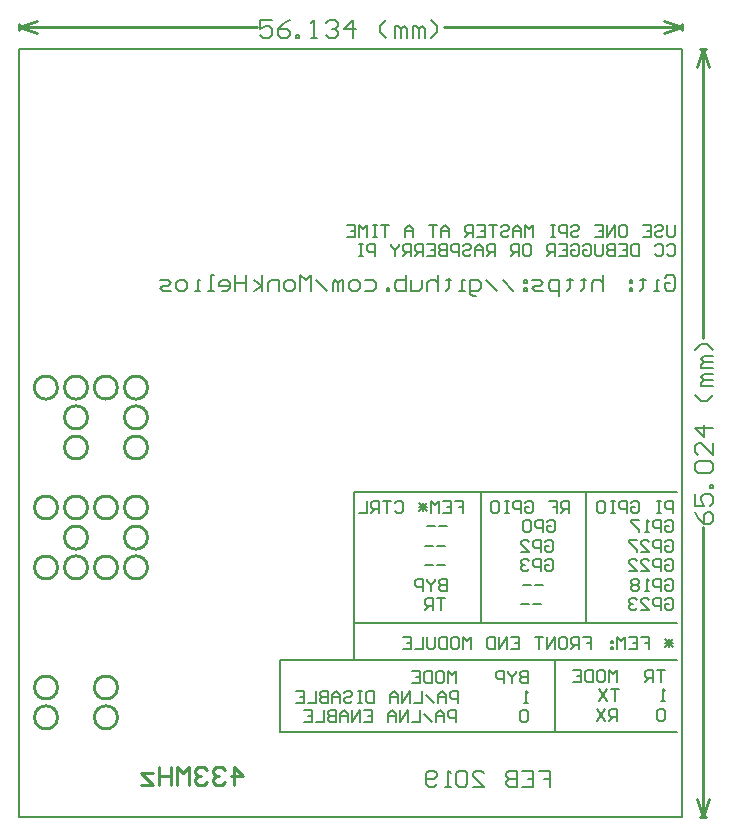
<source format=gbo>
G04 Layer_Color=32896*
%FSLAX44Y44*%
%MOMM*%
G71*
G01*
G75*
%ADD42C,0.2540*%
%ADD45C,0.1778*%
%ADD53C,0.1524*%
%ADD82C,0.2032*%
D42*
X395850Y581700D02*
G03*
X395850Y581700I-9750J0D01*
G01*
X345050D02*
G03*
X345050Y581700I-9750J0D01*
G01*
X395850D02*
G03*
X395850Y581700I-9750J0D01*
G01*
Y632500D02*
G03*
X395850Y632500I-9750J0D01*
G01*
X345050D02*
G03*
X345050Y632500I-9750J0D01*
G01*
X345080Y454810D02*
G03*
X345080Y454810I-9750J0D01*
G01*
Y480060D02*
G03*
X345080Y480060I-9750J0D01*
G01*
X395830D02*
G03*
X395830Y480060I-9750J0D01*
G01*
Y454810D02*
G03*
X395830Y454810I-9750J0D01*
G01*
X421250Y581750D02*
G03*
X421250Y581750I-9750J0D01*
G01*
Y607000D02*
G03*
X421250Y607000I-9750J0D01*
G01*
Y632500D02*
G03*
X421250Y632500I-9750J0D01*
G01*
Y683250D02*
G03*
X421250Y683250I-9750J0D01*
G01*
Y708750D02*
G03*
X421250Y708750I-9750J0D01*
G01*
Y734000D02*
G03*
X421250Y734000I-9750J0D01*
G01*
X395750D02*
G03*
X395750Y734000I-9750J0D01*
G01*
X345000D02*
G03*
X345000Y734000I-9750J0D01*
G01*
X370500D02*
G03*
X370500Y734000I-9750J0D01*
G01*
Y708750D02*
G03*
X370500Y708750I-9750J0D01*
G01*
Y683250D02*
G03*
X370500Y683250I-9750J0D01*
G01*
Y632500D02*
G03*
X370500Y632500I-9750J0D01*
G01*
Y607000D02*
G03*
X370500Y607000I-9750J0D01*
G01*
Y581750D02*
G03*
X370500Y581750I-9750J0D01*
G01*
X494132Y397500D02*
Y412735D01*
X501750Y405117D01*
X491593D01*
X486515Y410196D02*
X483976Y412735D01*
X478897D01*
X476358Y410196D01*
Y407657D01*
X478897Y405117D01*
X481437D01*
X478897D01*
X476358Y402578D01*
Y400039D01*
X478897Y397500D01*
X483976D01*
X486515Y400039D01*
X471280Y410196D02*
X468741Y412735D01*
X463662D01*
X461123Y410196D01*
Y407657D01*
X463662Y405117D01*
X466202D01*
X463662D01*
X461123Y402578D01*
Y400039D01*
X463662Y397500D01*
X468741D01*
X471280Y400039D01*
X456045Y397500D02*
Y412735D01*
X450966Y407657D01*
X445888Y412735D01*
Y397500D01*
X440810Y412735D02*
Y397500D01*
Y405117D01*
X430653D01*
Y412735D01*
Y397500D01*
X425575Y407657D02*
X415418D01*
X425575Y397500D01*
X415418D01*
X312420Y1038987D02*
X514120D01*
X672060D02*
X873760D01*
X312420D02*
X327660Y1044067D01*
X312420Y1038987D02*
X327660Y1033907D01*
X858520Y1044067D02*
X873760Y1038987D01*
X858520Y1033907D02*
X873760Y1038987D01*
X312420Y1036447D02*
Y1041527D01*
X873760Y1036447D02*
Y1041527D01*
X891286Y370840D02*
Y615721D01*
Y776199D02*
Y1021080D01*
X886206Y386080D02*
X891286Y370840D01*
X896366Y386080D01*
X886206Y1005840D02*
X891286Y1021080D01*
X896366Y1005840D01*
X888746Y370840D02*
X893826D01*
X888746Y1021080D02*
X893826D01*
D45*
X595750Y646000D02*
X869875D01*
X595750Y534500D02*
Y646000D01*
X792750Y534500D02*
Y646000D01*
X703250Y534500D02*
Y646000D01*
X595750Y534500D02*
X869750D01*
X533750Y503750D02*
X869750D01*
X533750Y442000D02*
X869500D01*
X766000D02*
Y503750D01*
X533750Y442000D02*
Y503750D01*
X595750D02*
Y534500D01*
X866222Y627965D02*
Y638122D01*
X861144D01*
X859451Y636429D01*
Y633043D01*
X861144Y631350D01*
X866222D01*
X856065Y638122D02*
X852680D01*
X854372D01*
Y627965D01*
X856065D01*
X852680D01*
X830674Y636429D02*
X832366Y638122D01*
X835752D01*
X837445Y636429D01*
Y629658D01*
X835752Y627965D01*
X832366D01*
X830674Y629658D01*
Y633043D01*
X834059D01*
X827288Y627965D02*
Y638122D01*
X822209D01*
X820517Y636429D01*
Y633043D01*
X822209Y631350D01*
X827288D01*
X817131Y638122D02*
X813746D01*
X815438D01*
Y627965D01*
X817131D01*
X813746D01*
X803589Y638122D02*
X806974D01*
X808667Y636429D01*
Y629658D01*
X806974Y627965D01*
X803589D01*
X801896Y629658D01*
Y636429D01*
X803589Y638122D01*
X778197Y627965D02*
Y638122D01*
X773119D01*
X771426Y636429D01*
Y633043D01*
X773119Y631350D01*
X778197D01*
X774811D02*
X771426Y627965D01*
X761269Y638122D02*
X768040D01*
Y633043D01*
X764655D01*
X768040D01*
Y627965D01*
X740956Y636429D02*
X742648Y638122D01*
X746034D01*
X747727Y636429D01*
Y629658D01*
X746034Y627965D01*
X742648D01*
X740956Y629658D01*
Y633043D01*
X744341D01*
X737570Y627965D02*
Y638122D01*
X732492D01*
X730799Y636429D01*
Y633043D01*
X732492Y631350D01*
X737570D01*
X727413Y638122D02*
X724028D01*
X725721D01*
Y627965D01*
X727413D01*
X724028D01*
X713871Y638122D02*
X717257D01*
X718950Y636429D01*
Y629658D01*
X717257Y627965D01*
X713871D01*
X712178Y629658D01*
Y636429D01*
X713871Y638122D01*
X681708D02*
X688479D01*
Y633043D01*
X685094D01*
X688479D01*
Y627965D01*
X671552Y638122D02*
X678323D01*
Y627965D01*
X671552D01*
X678323Y633043D02*
X674937D01*
X668166Y627965D02*
Y638122D01*
X664780Y634736D01*
X661395Y638122D01*
Y627965D01*
X658009Y636429D02*
X651238Y629658D01*
X658009D02*
X651238Y636429D01*
X658009Y633043D02*
X651238D01*
X654624Y629658D02*
Y636429D01*
X630925D02*
X632617Y638122D01*
X636003D01*
X637696Y636429D01*
Y629658D01*
X636003Y627965D01*
X632617D01*
X630925Y629658D01*
X627539Y638122D02*
X620768D01*
X624153D01*
Y627965D01*
X617382D02*
Y638122D01*
X612304D01*
X610611Y636429D01*
Y633043D01*
X612304Y631350D01*
X617382D01*
X613997D02*
X610611Y627965D01*
X607225Y638122D02*
Y627965D01*
X600454D01*
X859451Y619973D02*
X861144Y621666D01*
X864529D01*
X866222Y619973D01*
Y613202D01*
X864529Y611510D01*
X861144D01*
X859451Y613202D01*
Y616588D01*
X862836D01*
X856065Y611510D02*
Y621666D01*
X850987D01*
X849294Y619973D01*
Y616588D01*
X850987Y614895D01*
X856065D01*
X845909Y611510D02*
X842523D01*
X844216D01*
Y621666D01*
X845909Y619973D01*
X837445Y621666D02*
X830674D01*
Y619973D01*
X837445Y613202D01*
Y611510D01*
X759576Y619973D02*
X761269Y621666D01*
X764655D01*
X766348Y619973D01*
Y613202D01*
X764655Y611510D01*
X761269D01*
X759576Y613202D01*
Y616588D01*
X762962D01*
X756191Y611510D02*
Y621666D01*
X751113D01*
X749420Y619973D01*
Y616588D01*
X751113Y614895D01*
X756191D01*
X746034Y619973D02*
X744341Y621666D01*
X740956D01*
X739263Y619973D01*
Y613202D01*
X740956Y611510D01*
X744341D01*
X746034Y613202D01*
Y619973D01*
X674937Y616588D02*
X668166D01*
X664780D02*
X658009D01*
X859451Y603518D02*
X861144Y605211D01*
X864529D01*
X866222Y603518D01*
Y596747D01*
X864529Y595054D01*
X861144D01*
X859451Y596747D01*
Y600133D01*
X862836D01*
X856065Y595054D02*
Y605211D01*
X850987D01*
X849294Y603518D01*
Y600133D01*
X850987Y598440D01*
X856065D01*
X839137Y595054D02*
X845909D01*
X839137Y601825D01*
Y603518D01*
X840830Y605211D01*
X844216D01*
X845909Y603518D01*
X835752Y605211D02*
X828981D01*
Y603518D01*
X835752Y596747D01*
Y595054D01*
X757884Y603518D02*
X759576Y605211D01*
X762962D01*
X764655Y603518D01*
Y596747D01*
X762962Y595054D01*
X759576D01*
X757884Y596747D01*
Y600133D01*
X761269D01*
X754498Y595054D02*
Y605211D01*
X749420D01*
X747727Y603518D01*
Y600133D01*
X749420Y598440D01*
X754498D01*
X737570Y595054D02*
X744341D01*
X737570Y601825D01*
Y603518D01*
X739263Y605211D01*
X742648D01*
X744341Y603518D01*
X673244Y600133D02*
X666473D01*
X663087D02*
X656316D01*
X859451Y587063D02*
X861144Y588756D01*
X864529D01*
X866222Y587063D01*
Y580292D01*
X864529Y578599D01*
X861144D01*
X859451Y580292D01*
Y583677D01*
X862836D01*
X856065Y578599D02*
Y588756D01*
X850987D01*
X849294Y587063D01*
Y583677D01*
X850987Y581985D01*
X856065D01*
X839137Y578599D02*
X845909D01*
X839137Y585370D01*
Y587063D01*
X840830Y588756D01*
X844216D01*
X845909Y587063D01*
X828981Y578599D02*
X835752D01*
X828981Y585370D01*
Y587063D01*
X830674Y588756D01*
X834059D01*
X835752Y587063D01*
X757884D02*
X759576Y588756D01*
X762962D01*
X764655Y587063D01*
Y580292D01*
X762962Y578599D01*
X759576D01*
X757884Y580292D01*
Y583677D01*
X761269D01*
X754498Y578599D02*
Y588756D01*
X749420D01*
X747727Y587063D01*
Y583677D01*
X749420Y581985D01*
X754498D01*
X744341Y587063D02*
X742648Y588756D01*
X739263D01*
X737570Y587063D01*
Y585370D01*
X739263Y583677D01*
X740956D01*
X739263D01*
X737570Y581985D01*
Y580292D01*
X739263Y578599D01*
X742648D01*
X744341Y580292D01*
X673244Y583677D02*
X666473D01*
X663087D02*
X656316D01*
X859451Y570608D02*
X861144Y572300D01*
X864529D01*
X866222Y570608D01*
Y563837D01*
X864529Y562144D01*
X861144D01*
X859451Y563837D01*
Y567222D01*
X862836D01*
X856065Y562144D02*
Y572300D01*
X850987D01*
X849294Y570608D01*
Y567222D01*
X850987Y565529D01*
X856065D01*
X845909Y562144D02*
X842523D01*
X844216D01*
Y572300D01*
X845909Y570608D01*
X837445D02*
X835752Y572300D01*
X832366D01*
X830674Y570608D01*
Y568915D01*
X832366Y567222D01*
X830674Y565529D01*
Y563837D01*
X832366Y562144D01*
X835752D01*
X837445Y563837D01*
Y565529D01*
X835752Y567222D01*
X837445Y568915D01*
Y570608D01*
X835752Y567222D02*
X832366D01*
X756191D02*
X749420D01*
X746034D02*
X739263D01*
X674937Y572300D02*
Y562144D01*
X669859D01*
X668166Y563837D01*
Y565529D01*
X669859Y567222D01*
X674937D01*
X669859D01*
X668166Y568915D01*
Y570608D01*
X669859Y572300D01*
X674937D01*
X664780D02*
Y570608D01*
X661395Y567222D01*
X658009Y570608D01*
Y572300D01*
X661395Y567222D02*
Y562144D01*
X654624D02*
Y572300D01*
X649545D01*
X647852Y570608D01*
Y567222D01*
X649545Y565529D01*
X654624D01*
X859451Y554152D02*
X861144Y555845D01*
X864529D01*
X866222Y554152D01*
Y547381D01*
X864529Y545689D01*
X861144D01*
X859451Y547381D01*
Y550767D01*
X862836D01*
X856065Y545689D02*
Y555845D01*
X850987D01*
X849294Y554152D01*
Y550767D01*
X850987Y549074D01*
X856065D01*
X839137Y545689D02*
X845909D01*
X839137Y552460D01*
Y554152D01*
X840830Y555845D01*
X844216D01*
X845909Y554152D01*
X835752D02*
X834059Y555845D01*
X830674D01*
X828981Y554152D01*
Y552460D01*
X830674Y550767D01*
X832366D01*
X830674D01*
X828981Y549074D01*
Y547381D01*
X830674Y545689D01*
X834059D01*
X835752Y547381D01*
X754498Y550767D02*
X747727D01*
X744341D02*
X737570D01*
X673244Y555845D02*
X666473D01*
X669859D01*
Y545689D01*
X663087D02*
Y555845D01*
X658009D01*
X656316Y554152D01*
Y550767D01*
X658009Y549074D01*
X663087D01*
X659702D02*
X656316Y545689D01*
X866222Y521242D02*
X859451Y514471D01*
X866222D02*
X859451Y521242D01*
X866222Y517856D02*
X859451D01*
X862836Y514471D02*
Y521242D01*
X839137Y522935D02*
X845909D01*
Y517856D01*
X842523D01*
X845909D01*
Y512778D01*
X828981Y522935D02*
X835752D01*
Y512778D01*
X828981D01*
X835752Y517856D02*
X832366D01*
X825595Y512778D02*
Y522935D01*
X822209Y519549D01*
X818824Y522935D01*
Y512778D01*
X815438Y519549D02*
X813746D01*
Y517856D01*
X815438D01*
Y519549D01*
Y514471D02*
X813746D01*
Y512778D01*
X815438D01*
Y514471D01*
X790047Y522935D02*
X796818D01*
Y517856D01*
X793432D01*
X796818D01*
Y512778D01*
X786661D02*
Y522935D01*
X781583D01*
X779890Y521242D01*
Y517856D01*
X781583Y516164D01*
X786661D01*
X783275D02*
X779890Y512778D01*
X771426Y522935D02*
X774811D01*
X776504Y521242D01*
Y514471D01*
X774811Y512778D01*
X771426D01*
X769733Y514471D01*
Y521242D01*
X771426Y522935D01*
X766348Y512778D02*
Y522935D01*
X759576Y512778D01*
Y522935D01*
X756191D02*
X749420D01*
X752805D01*
Y512778D01*
X729106Y522935D02*
X735877D01*
Y512778D01*
X729106D01*
X735877Y517856D02*
X732492D01*
X725721Y512778D02*
Y522935D01*
X718950Y512778D01*
Y522935D01*
X715564D02*
Y512778D01*
X710486D01*
X708793Y514471D01*
Y521242D01*
X710486Y522935D01*
X715564D01*
X695250Y512778D02*
Y522935D01*
X691865Y519549D01*
X688479Y522935D01*
Y512778D01*
X680015Y522935D02*
X683401D01*
X685094Y521242D01*
Y514471D01*
X683401Y512778D01*
X680015D01*
X678323Y514471D01*
Y521242D01*
X680015Y522935D01*
X674937D02*
Y512778D01*
X669859D01*
X668166Y514471D01*
Y521242D01*
X669859Y522935D01*
X674937D01*
X664780D02*
Y514471D01*
X663087Y512778D01*
X659702D01*
X658009Y514471D01*
Y522935D01*
X654624D02*
Y512778D01*
X647852D01*
X637696Y522935D02*
X644467D01*
Y512778D01*
X637696D01*
X644467Y517856D02*
X641081D01*
X859222Y494845D02*
X852451D01*
X855836D01*
Y484688D01*
X849065D02*
Y494845D01*
X843987D01*
X842294Y493153D01*
Y489767D01*
X843987Y488074D01*
X849065D01*
X845680D02*
X842294Y484688D01*
X818595D02*
Y494845D01*
X815210Y491460D01*
X811824Y494845D01*
Y484688D01*
X803360Y494845D02*
X806746D01*
X808438Y493153D01*
Y486381D01*
X806746Y484688D01*
X803360D01*
X801667Y486381D01*
Y493153D01*
X803360Y494845D01*
X798282D02*
Y484688D01*
X793203D01*
X791511Y486381D01*
Y493153D01*
X793203Y494845D01*
X798282D01*
X781354D02*
X788125D01*
Y484688D01*
X781354D01*
X788125Y489767D02*
X784739D01*
X859222Y468233D02*
X855836D01*
X857529D01*
Y478390D01*
X859222Y476697D01*
X820288Y478390D02*
X813517D01*
X816902D01*
Y468233D01*
X810131Y478390D02*
X803360Y468233D01*
Y478390D02*
X810131Y468233D01*
X859222Y460242D02*
X857529Y461935D01*
X854144D01*
X852451Y460242D01*
Y453471D01*
X854144Y451778D01*
X857529D01*
X859222Y453471D01*
Y460242D01*
X818595Y451778D02*
Y461935D01*
X813517D01*
X811824Y460242D01*
Y456856D01*
X813517Y455164D01*
X818595D01*
X815210D02*
X811824Y451778D01*
X808438Y461935D02*
X801667Y451778D01*
Y461935D02*
X808438Y451778D01*
X867972Y871890D02*
Y863426D01*
X866279Y861733D01*
X862894D01*
X861201Y863426D01*
Y871890D01*
X851044Y870197D02*
X852737Y871890D01*
X856123D01*
X857815Y870197D01*
Y868504D01*
X856123Y866812D01*
X852737D01*
X851044Y865119D01*
Y863426D01*
X852737Y861733D01*
X856123D01*
X857815Y863426D01*
X840887Y871890D02*
X847659D01*
Y861733D01*
X840887D01*
X847659Y866812D02*
X844273D01*
X822267Y871890D02*
X825652D01*
X827345Y870197D01*
Y863426D01*
X825652Y861733D01*
X822267D01*
X820574Y863426D01*
Y870197D01*
X822267Y871890D01*
X817188Y861733D02*
Y871890D01*
X810417Y861733D01*
Y871890D01*
X800260D02*
X807032D01*
Y861733D01*
X800260D01*
X807032Y866812D02*
X803646D01*
X779947Y870197D02*
X781640Y871890D01*
X785025D01*
X786718Y870197D01*
Y868504D01*
X785025Y866812D01*
X781640D01*
X779947Y865119D01*
Y863426D01*
X781640Y861733D01*
X785025D01*
X786718Y863426D01*
X776562Y861733D02*
Y871890D01*
X771483D01*
X769790Y870197D01*
Y866812D01*
X771483Y865119D01*
X776562D01*
X766405Y871890D02*
X763019D01*
X764712D01*
Y861733D01*
X766405D01*
X763019D01*
X747784D02*
Y871890D01*
X744398Y868504D01*
X741013Y871890D01*
Y861733D01*
X737627D02*
Y868504D01*
X734242Y871890D01*
X730856Y868504D01*
Y861733D01*
Y866812D01*
X737627D01*
X720699Y870197D02*
X722392Y871890D01*
X725778D01*
X727471Y870197D01*
Y868504D01*
X725778Y866812D01*
X722392D01*
X720699Y865119D01*
Y863426D01*
X722392Y861733D01*
X725778D01*
X727471Y863426D01*
X717314Y871890D02*
X710543D01*
X713928D01*
Y861733D01*
X700386Y871890D02*
X707157D01*
Y861733D01*
X700386D01*
X707157Y866812D02*
X703772D01*
X697001Y861733D02*
Y871890D01*
X691922D01*
X690229Y870197D01*
Y866812D01*
X691922Y865119D01*
X697001D01*
X693615D02*
X690229Y861733D01*
X676687D02*
Y868504D01*
X673301Y871890D01*
X669916Y868504D01*
Y861733D01*
Y866812D01*
X676687D01*
X666530Y871890D02*
X659759D01*
X663145D01*
Y861733D01*
X646217D02*
Y868504D01*
X642831Y871890D01*
X639446Y868504D01*
Y861733D01*
Y866812D01*
X646217D01*
X625903Y871890D02*
X619132D01*
X622518D01*
Y861733D01*
X615747Y871890D02*
X612361D01*
X614054D01*
Y861733D01*
X615747D01*
X612361D01*
X607283D02*
Y871890D01*
X603897Y868504D01*
X600512Y871890D01*
Y861733D01*
X590355Y871890D02*
X597126D01*
Y861733D01*
X590355D01*
X597126Y866812D02*
X593741D01*
X861201Y853742D02*
X862894Y855435D01*
X866279D01*
X867972Y853742D01*
Y846971D01*
X866279Y845278D01*
X862894D01*
X861201Y846971D01*
X851044Y853742D02*
X852737Y855435D01*
X856123D01*
X857815Y853742D01*
Y846971D01*
X856123Y845278D01*
X852737D01*
X851044Y846971D01*
X837502Y855435D02*
Y845278D01*
X832423D01*
X830731Y846971D01*
Y853742D01*
X832423Y855435D01*
X837502D01*
X820574D02*
X827345D01*
Y845278D01*
X820574D01*
X827345Y850356D02*
X823960D01*
X817188Y855435D02*
Y845278D01*
X812110D01*
X810417Y846971D01*
Y848664D01*
X812110Y850356D01*
X817188D01*
X812110D01*
X810417Y852049D01*
Y853742D01*
X812110Y855435D01*
X817188D01*
X807032D02*
Y846971D01*
X805339Y845278D01*
X801953D01*
X800260Y846971D01*
Y855435D01*
X790104Y853742D02*
X791797Y855435D01*
X795182D01*
X796875Y853742D01*
Y846971D01*
X795182Y845278D01*
X791797D01*
X790104Y846971D01*
Y850356D01*
X793489D01*
X779947Y853742D02*
X781640Y855435D01*
X785025D01*
X786718Y853742D01*
Y846971D01*
X785025Y845278D01*
X781640D01*
X779947Y846971D01*
Y850356D01*
X783333D01*
X769790Y855435D02*
X776562D01*
Y845278D01*
X769790D01*
X776562Y850356D02*
X773176D01*
X766405Y845278D02*
Y855435D01*
X761326D01*
X759634Y853742D01*
Y850356D01*
X761326Y848664D01*
X766405D01*
X763019D02*
X759634Y845278D01*
X741013Y855435D02*
X744398D01*
X746091Y853742D01*
Y846971D01*
X744398Y845278D01*
X741013D01*
X739320Y846971D01*
Y853742D01*
X741013Y855435D01*
X735935Y845278D02*
Y855435D01*
X730856D01*
X729164Y853742D01*
Y850356D01*
X730856Y848664D01*
X735935D01*
X732549D02*
X729164Y845278D01*
X715621D02*
Y855435D01*
X710543D01*
X708850Y853742D01*
Y850356D01*
X710543Y848664D01*
X715621D01*
X712236D02*
X708850Y845278D01*
X705464D02*
Y852049D01*
X702079Y855435D01*
X698693Y852049D01*
Y845278D01*
Y850356D01*
X705464D01*
X688537Y853742D02*
X690229Y855435D01*
X693615D01*
X695308Y853742D01*
Y852049D01*
X693615Y850356D01*
X690229D01*
X688537Y848664D01*
Y846971D01*
X690229Y845278D01*
X693615D01*
X695308Y846971D01*
X685151Y845278D02*
Y855435D01*
X680073D01*
X678380Y853742D01*
Y850356D01*
X680073Y848664D01*
X685151D01*
X674994Y855435D02*
Y845278D01*
X669916D01*
X668223Y846971D01*
Y848664D01*
X669916Y850356D01*
X674994D01*
X669916D01*
X668223Y852049D01*
Y853742D01*
X669916Y855435D01*
X674994D01*
X658066D02*
X664837D01*
Y845278D01*
X658066D01*
X664837Y850356D02*
X661452D01*
X654681Y845278D02*
Y855435D01*
X649603D01*
X647910Y853742D01*
Y850356D01*
X649603Y848664D01*
X654681D01*
X651295D02*
X647910Y845278D01*
X644524D02*
Y855435D01*
X639446D01*
X637753Y853742D01*
Y850356D01*
X639446Y848664D01*
X644524D01*
X641139D02*
X637753Y845278D01*
X634367Y855435D02*
Y853742D01*
X630982Y850356D01*
X627596Y853742D01*
Y855435D01*
X630982Y850356D02*
Y845278D01*
X614054D02*
Y855435D01*
X608976D01*
X607283Y853742D01*
Y850356D01*
X608976Y848664D01*
X614054D01*
X603897Y855435D02*
X600512D01*
X602204D01*
Y845278D01*
X603897D01*
X600512D01*
X743722Y493845D02*
Y483689D01*
X738644D01*
X736951Y485381D01*
Y487074D01*
X738644Y488767D01*
X743722D01*
X738644D01*
X736951Y490460D01*
Y492152D01*
X738644Y493845D01*
X743722D01*
X733565D02*
Y492152D01*
X730180Y488767D01*
X726794Y492152D01*
Y493845D01*
X730180Y488767D02*
Y483689D01*
X723409D02*
Y493845D01*
X718330D01*
X716637Y492152D01*
Y488767D01*
X718330Y487074D01*
X723409D01*
X682782Y483689D02*
Y493845D01*
X679396Y490460D01*
X676011Y493845D01*
Y483689D01*
X667547Y493845D02*
X670932D01*
X672625Y492152D01*
Y485381D01*
X670932Y483689D01*
X667547D01*
X665854Y485381D01*
Y492152D01*
X667547Y493845D01*
X662468D02*
Y483689D01*
X657390D01*
X655697Y485381D01*
Y492152D01*
X657390Y493845D01*
X662468D01*
X645540D02*
X652311D01*
Y483689D01*
X645540D01*
X652311Y488767D02*
X648926D01*
X743722Y467233D02*
X740336D01*
X742029D01*
Y477390D01*
X743722Y475697D01*
X684474Y467233D02*
Y477390D01*
X679396D01*
X677703Y475697D01*
Y472312D01*
X679396Y470619D01*
X684474D01*
X674318Y467233D02*
Y474004D01*
X670932Y477390D01*
X667547Y474004D01*
Y467233D01*
Y472312D01*
X674318D01*
X664161Y467233D02*
X657390Y474004D01*
X654004Y477390D02*
Y467233D01*
X647233D01*
X643848D02*
Y477390D01*
X637076Y467233D01*
Y477390D01*
X633691Y467233D02*
Y474004D01*
X630305Y477390D01*
X626920Y474004D01*
Y467233D01*
Y472312D01*
X633691D01*
X613377Y477390D02*
Y467233D01*
X608299D01*
X606606Y468926D01*
Y475697D01*
X608299Y477390D01*
X613377D01*
X603221D02*
X599835D01*
X601528D01*
Y467233D01*
X603221D01*
X599835D01*
X587986Y475697D02*
X589678Y477390D01*
X593064D01*
X594757Y475697D01*
Y474004D01*
X593064Y472312D01*
X589678D01*
X587986Y470619D01*
Y468926D01*
X589678Y467233D01*
X593064D01*
X594757Y468926D01*
X584600Y467233D02*
Y474004D01*
X581214Y477390D01*
X577829Y474004D01*
Y467233D01*
Y472312D01*
X584600D01*
X574443Y477390D02*
Y467233D01*
X569365D01*
X567672Y468926D01*
Y470619D01*
X569365Y472312D01*
X574443D01*
X569365D01*
X567672Y474004D01*
Y475697D01*
X569365Y477390D01*
X574443D01*
X564287D02*
Y467233D01*
X557515D01*
X547359Y477390D02*
X554130D01*
Y467233D01*
X547359D01*
X554130Y472312D02*
X550744D01*
X743722Y459242D02*
X742029Y460935D01*
X738644D01*
X736951Y459242D01*
Y452471D01*
X738644Y450778D01*
X742029D01*
X743722Y452471D01*
Y459242D01*
X682782Y450778D02*
Y460935D01*
X677703D01*
X676011Y459242D01*
Y455856D01*
X677703Y454164D01*
X682782D01*
X672625Y450778D02*
Y457549D01*
X669239Y460935D01*
X665854Y457549D01*
Y450778D01*
Y455856D01*
X672625D01*
X662468Y450778D02*
X655697Y457549D01*
X652311Y460935D02*
Y450778D01*
X645540D01*
X642155D02*
Y460935D01*
X635384Y450778D01*
Y460935D01*
X631998Y450778D02*
Y457549D01*
X628613Y460935D01*
X625227Y457549D01*
Y450778D01*
Y455856D01*
X631998D01*
X604913Y460935D02*
X611685D01*
Y450778D01*
X604913D01*
X611685Y455856D02*
X608299D01*
X601528Y450778D02*
Y460935D01*
X594757Y450778D01*
Y460935D01*
X591371Y450778D02*
Y457549D01*
X587986Y460935D01*
X584600Y457549D01*
Y450778D01*
Y455856D01*
X591371D01*
X581214Y460935D02*
Y450778D01*
X576136D01*
X574443Y452471D01*
Y454164D01*
X576136Y455856D01*
X581214D01*
X576136D01*
X574443Y457549D01*
Y459242D01*
X576136Y460935D01*
X581214D01*
X571058D02*
Y450778D01*
X564287D01*
X554130Y460935D02*
X560901D01*
Y450778D01*
X554130D01*
X560901Y455856D02*
X557515D01*
X312420Y370840D02*
X873760D01*
X312420D02*
Y1021080D01*
X873760D01*
Y370840D02*
Y1021080D01*
D53*
X526817Y1045080D02*
X516660D01*
Y1037463D01*
X521739Y1040002D01*
X524278D01*
X526817Y1037463D01*
Y1032385D01*
X524278Y1029846D01*
X519199D01*
X516660Y1032385D01*
X542052Y1045080D02*
X536974Y1042541D01*
X531895Y1037463D01*
Y1032385D01*
X534435Y1029846D01*
X539513D01*
X542052Y1032385D01*
Y1034924D01*
X539513Y1037463D01*
X531895D01*
X547130Y1029846D02*
Y1032385D01*
X549670D01*
Y1029846D01*
X547130D01*
X559826D02*
X564905D01*
X562365D01*
Y1045080D01*
X559826Y1042541D01*
X572522D02*
X575061Y1045080D01*
X580140D01*
X582679Y1042541D01*
Y1040002D01*
X580140Y1037463D01*
X577601D01*
X580140D01*
X582679Y1034924D01*
Y1032385D01*
X580140Y1029846D01*
X575061D01*
X572522Y1032385D01*
X595375Y1029846D02*
Y1045080D01*
X587757Y1037463D01*
X597914D01*
X623306Y1029846D02*
X618227Y1034924D01*
Y1040002D01*
X623306Y1045080D01*
X630923Y1029846D02*
Y1040002D01*
X633462D01*
X636002Y1037463D01*
Y1029846D01*
Y1037463D01*
X638541Y1040002D01*
X641080Y1037463D01*
Y1029846D01*
X646158D02*
Y1040002D01*
X648698D01*
X651237Y1037463D01*
Y1029846D01*
Y1037463D01*
X653776Y1040002D01*
X656315Y1037463D01*
Y1029846D01*
X661393D02*
X666472Y1034924D01*
Y1040002D01*
X661393Y1045080D01*
X885192Y628417D02*
X887732Y623339D01*
X892810Y618261D01*
X897888D01*
X900427Y620800D01*
Y625878D01*
X897888Y628417D01*
X895349D01*
X892810Y625878D01*
Y618261D01*
X885192Y643652D02*
Y633496D01*
X892810D01*
X890271Y638574D01*
Y641113D01*
X892810Y643652D01*
X897888D01*
X900427Y641113D01*
Y636035D01*
X897888Y633496D01*
X900427Y648731D02*
X897888D01*
Y651270D01*
X900427D01*
Y648731D01*
X887732Y661427D02*
X885192Y663966D01*
Y669044D01*
X887732Y671583D01*
X897888D01*
X900427Y669044D01*
Y663966D01*
X897888Y661427D01*
X887732D01*
X900427Y686818D02*
Y676662D01*
X890271Y686818D01*
X887732D01*
X885192Y684279D01*
Y679201D01*
X887732Y676662D01*
X900427Y699514D02*
X885192D01*
X892810Y691897D01*
Y702054D01*
X900427Y727445D02*
X895349Y722367D01*
X890271D01*
X885192Y727445D01*
X900427Y735063D02*
X890271D01*
Y737602D01*
X892810Y740141D01*
X900427D01*
X892810D01*
X890271Y742680D01*
X892810Y745220D01*
X900427D01*
Y750298D02*
X890271D01*
Y752837D01*
X892810Y755376D01*
X900427D01*
X892810D01*
X890271Y757915D01*
X892810Y760455D01*
X900427D01*
Y765533D02*
X895349Y770611D01*
X890271D01*
X885192Y765533D01*
D82*
X859109Y827176D02*
X861394Y829462D01*
X865965D01*
X868250Y827176D01*
Y818035D01*
X865965Y815750D01*
X861394D01*
X859109Y818035D01*
Y822606D01*
X863680D01*
X854538Y815750D02*
X849968D01*
X852253D01*
Y824891D01*
X854538D01*
X840827Y827176D02*
Y824891D01*
X843112D01*
X838542D01*
X840827D01*
Y818035D01*
X838542Y815750D01*
X831686Y824891D02*
X829401D01*
Y822606D01*
X831686D01*
Y824891D01*
Y818035D02*
X829401D01*
Y815750D01*
X831686D01*
Y818035D01*
X806548Y829462D02*
Y815750D01*
Y822606D01*
X804263Y824891D01*
X799692D01*
X797407Y822606D01*
Y815750D01*
X790551Y827176D02*
Y824891D01*
X792836D01*
X788266D01*
X790551D01*
Y818035D01*
X788266Y815750D01*
X779125Y827176D02*
Y824891D01*
X781410D01*
X776840D01*
X779125D01*
Y818035D01*
X776840Y815750D01*
X769984Y811180D02*
Y824891D01*
X763128D01*
X760843Y822606D01*
Y818035D01*
X763128Y815750D01*
X769984D01*
X756272D02*
X749416D01*
X747131Y818035D01*
X749416Y820321D01*
X753987D01*
X756272Y822606D01*
X753987Y824891D01*
X747131D01*
X742561D02*
X740275D01*
Y822606D01*
X742561D01*
Y824891D01*
Y818035D02*
X740275D01*
Y815750D01*
X742561D01*
Y818035D01*
X731134Y815750D02*
X721993Y824891D01*
X717423Y815750D02*
X708282Y824891D01*
X699141Y811180D02*
X696855D01*
X694570Y813465D01*
Y824891D01*
X701426D01*
X703711Y822606D01*
Y818035D01*
X701426Y815750D01*
X694570D01*
X690000D02*
X685429D01*
X687714D01*
Y824891D01*
X690000D01*
X676288Y827176D02*
Y824891D01*
X678573D01*
X674003D01*
X676288D01*
Y818035D01*
X674003Y815750D01*
X667147Y829462D02*
Y815750D01*
Y822606D01*
X664862Y824891D01*
X660291D01*
X658006Y822606D01*
Y815750D01*
X653436Y824891D02*
Y818035D01*
X651150Y815750D01*
X644294D01*
Y824891D01*
X639724Y829462D02*
Y815750D01*
X632868D01*
X630583Y818035D01*
Y820321D01*
Y822606D01*
X632868Y824891D01*
X639724D01*
X626012Y815750D02*
Y818035D01*
X623727D01*
Y815750D01*
X626012D01*
X605445Y824891D02*
X612301D01*
X614586Y822606D01*
Y818035D01*
X612301Y815750D01*
X605445D01*
X598589D02*
X594019D01*
X591733Y818035D01*
Y822606D01*
X594019Y824891D01*
X598589D01*
X600874Y822606D01*
Y818035D01*
X598589Y815750D01*
X587163D02*
Y824891D01*
X584878D01*
X582592Y822606D01*
Y815750D01*
Y822606D01*
X580307Y824891D01*
X578022Y822606D01*
Y815750D01*
X573451D02*
X564310Y824891D01*
X559740Y815750D02*
Y829462D01*
X555169Y824891D01*
X550599Y829462D01*
Y815750D01*
X543743D02*
X539173D01*
X536887Y818035D01*
Y822606D01*
X539173Y824891D01*
X543743D01*
X546028Y822606D01*
Y818035D01*
X543743Y815750D01*
X532317D02*
Y824891D01*
X525461D01*
X523176Y822606D01*
Y815750D01*
X518605D02*
Y829462D01*
Y820321D02*
X511749Y824891D01*
X518605Y820321D02*
X511749Y815750D01*
X504894Y829462D02*
Y815750D01*
Y822606D01*
X495753D01*
Y829462D01*
Y815750D01*
X484326D02*
X488897D01*
X491182Y818035D01*
Y822606D01*
X488897Y824891D01*
X484326D01*
X482041Y822606D01*
Y820321D01*
X491182D01*
X477471Y815750D02*
X472900D01*
X475185D01*
Y829462D01*
X477471D01*
X466044Y815750D02*
X461474D01*
X463759D01*
Y824891D01*
X466044D01*
X452333Y815750D02*
X447762D01*
X445477Y818035D01*
Y822606D01*
X447762Y824891D01*
X452333D01*
X454618Y822606D01*
Y818035D01*
X452333Y815750D01*
X440906D02*
X434050D01*
X431765Y818035D01*
X434050Y820321D01*
X438621D01*
X440906Y822606D01*
X438621Y824891D01*
X431765D01*
X752690Y409715D02*
X762000D01*
Y402733D01*
X757345D01*
X762000D01*
Y395750D01*
X738724Y409715D02*
X748035D01*
Y395750D01*
X738724D01*
X748035Y402733D02*
X743379D01*
X734069Y409715D02*
Y395750D01*
X727086D01*
X724759Y398078D01*
Y400405D01*
X727086Y402733D01*
X734069D01*
X727086D01*
X724759Y405060D01*
Y407388D01*
X727086Y409715D01*
X734069D01*
X696828Y395750D02*
X706138D01*
X696828Y405060D01*
Y407388D01*
X699155Y409715D01*
X703811D01*
X706138Y407388D01*
X692173D02*
X689845Y409715D01*
X685190D01*
X682862Y407388D01*
Y398078D01*
X685190Y395750D01*
X689845D01*
X692173Y398078D01*
Y407388D01*
X678207Y395750D02*
X673552D01*
X675880D01*
Y409715D01*
X678207Y407388D01*
X666569Y398078D02*
X664242Y395750D01*
X659586D01*
X657259Y398078D01*
Y407388D01*
X659586Y409715D01*
X664242D01*
X666569Y407388D01*
Y405060D01*
X664242Y402733D01*
X657259D01*
M02*

</source>
